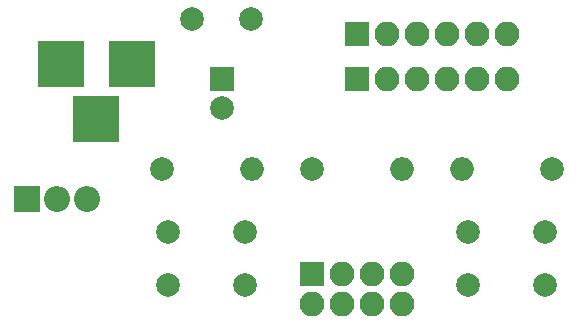
<source format=gbr>
G04 #@! TF.FileFunction,Soldermask,Top*
%FSLAX46Y46*%
G04 Gerber Fmt 4.6, Leading zero omitted, Abs format (unit mm)*
G04 Created by KiCad (PCBNEW 4.0.5+dfsg1-4~bpo8+1) date Mon Aug 28 11:49:41 2017*
%MOMM*%
%LPD*%
G01*
G04 APERTURE LIST*
%ADD10C,0.100000*%
%ADD11R,2.000000X2.000000*%
%ADD12C,2.000000*%
%ADD13R,3.900000X3.900000*%
%ADD14R,2.100000X2.100000*%
%ADD15O,2.100000X2.100000*%
%ADD16O,2.000000X2.000000*%
%ADD17R,2.200000X2.200000*%
%ADD18O,2.200000X2.200000*%
G04 APERTURE END LIST*
D10*
D11*
X148590000Y-64770000D03*
D12*
X148590000Y-67270000D03*
D13*
X140970000Y-63500000D03*
X134970000Y-63500000D03*
X137970000Y-68200000D03*
D14*
X156210000Y-81280000D03*
D15*
X156210000Y-83820000D03*
X158750000Y-81280000D03*
X158750000Y-83820000D03*
X161290000Y-81280000D03*
X161290000Y-83820000D03*
X163830000Y-81280000D03*
X163830000Y-83820000D03*
D12*
X156210000Y-72390000D03*
D16*
X163830000Y-72390000D03*
D12*
X176530000Y-72390000D03*
D16*
X168910000Y-72390000D03*
D12*
X143510000Y-72390000D03*
D16*
X151130000Y-72390000D03*
D12*
X150570000Y-82260000D03*
X150570000Y-77760000D03*
X144070000Y-82260000D03*
X144070000Y-77760000D03*
X175970000Y-82260000D03*
X175970000Y-77760000D03*
X169470000Y-82260000D03*
X169470000Y-77760000D03*
D17*
X132080000Y-74930000D03*
D18*
X134620000Y-74930000D03*
X137160000Y-74930000D03*
D12*
X146050000Y-59690000D03*
X151050000Y-59690000D03*
D14*
X160020000Y-60960000D03*
D15*
X162560000Y-60960000D03*
X165100000Y-60960000D03*
X167640000Y-60960000D03*
X170180000Y-60960000D03*
X172720000Y-60960000D03*
D14*
X160020000Y-64770000D03*
D15*
X162560000Y-64770000D03*
X165100000Y-64770000D03*
X167640000Y-64770000D03*
X170180000Y-64770000D03*
X172720000Y-64770000D03*
M02*

</source>
